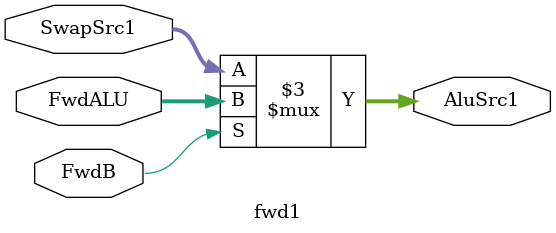
<source format=v>
module fwd1(
    input [15:0] SwapSrc1, FwdALU,
    input FwdB,
    output reg [15:0] AluSrc1
);

always@(*) begin
    if (FwdB) begin
        AluSrc1 = FwdALU;
    end
    else begin
        AluSrc1 = SwapSrc1;
    end
end

endmodule

</source>
